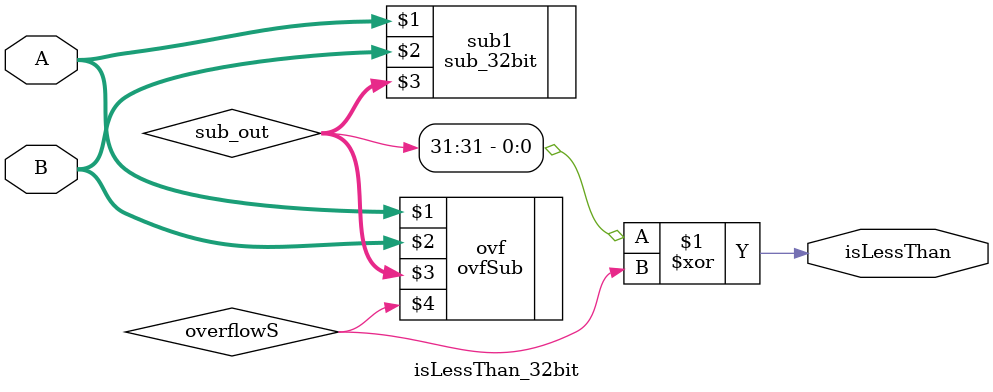
<source format=v>
module isLessThan_32bit (A, B, isLessThan);
	input[31:0] A, B;
	output isLessThan;
	wire[31:0] sub_out;
	wire overflowS;
	
	sub_32bit sub1(A, B, sub_out);
	ovfSub ovf(A, B, sub_out, overflowS);
	
	xor xor_significantout_overf(isLessThan, sub_out[31],overflowS);
	
endmodule
	

	
	

</source>
